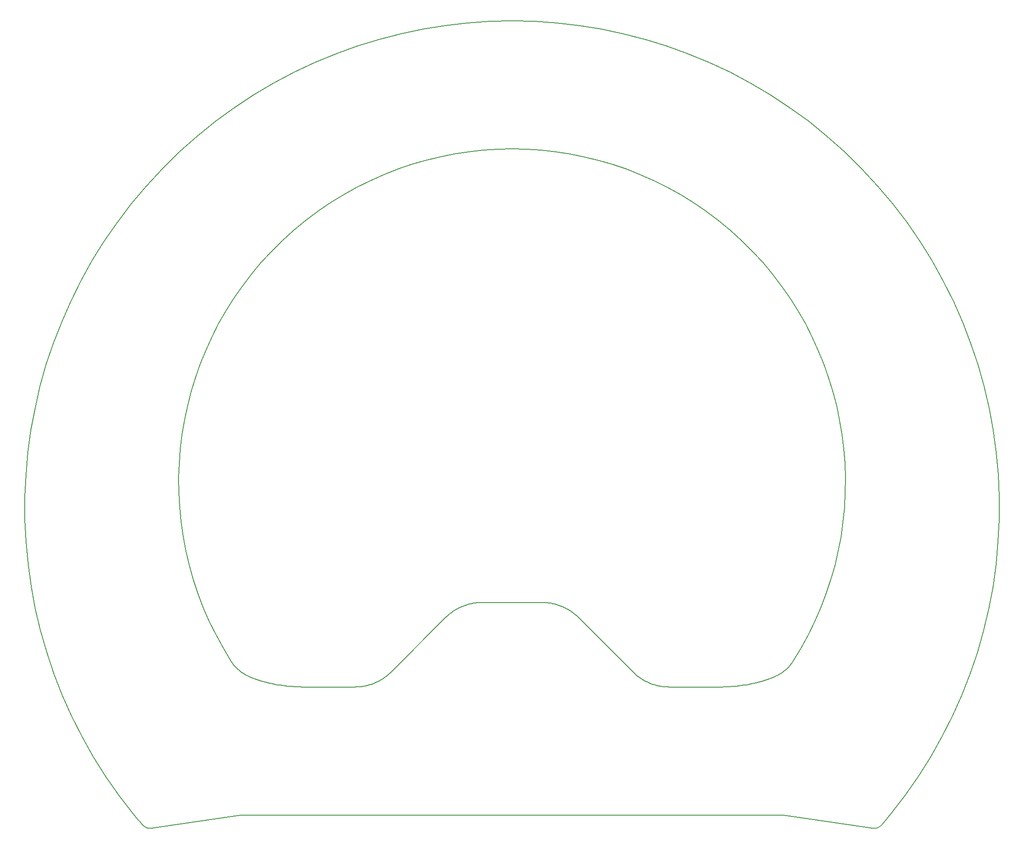
<source format=gm1>
G04 #@! TF.GenerationSoftware,KiCad,Pcbnew,6.0.2-378541a8eb~116~ubuntu20.04.1*
G04 #@! TF.CreationDate,2022-02-16T22:28:01+01:00*
G04 #@! TF.ProjectId,IR_Board,49525f42-6f61-4726-942e-6b696361645f,rev?*
G04 #@! TF.SameCoordinates,Original*
G04 #@! TF.FileFunction,Profile,NP*
%FSLAX46Y46*%
G04 Gerber Fmt 4.6, Leading zero omitted, Abs format (unit mm)*
G04 Created by KiCad (PCBNEW 6.0.2-378541a8eb~116~ubuntu20.04.1) date 2022-02-16 22:28:01*
%MOMM*%
%LPD*%
G01*
G04 APERTURE LIST*
G04 #@! TA.AperFunction,Profile*
%ADD10C,0.200000*%
G04 #@! TD*
%ADD11C,0.200000*%
G04 APERTURE END LIST*
D10*
X205412430Y-140907980D02*
X205250130Y-141077960D01*
D11*
X77783067Y-169865613D02*
X77918871Y-170031939D01*
X78055051Y-170197958D01*
X78191605Y-170363667D01*
X78328533Y-170529067D01*
X78465834Y-170694157D01*
X78603508Y-170858936D01*
X78741554Y-171023403D01*
X78879972Y-171187558D01*
X79018761Y-171351401D01*
X79157921Y-171514930D01*
X79250900Y-171623776D01*
D10*
X110499222Y-144865613D02*
X110145382Y-144862200D01*
X203764330Y-142255810D02*
X203557430Y-142381660D01*
X202003430Y-143144860D02*
X201531630Y-143328280D01*
D11*
X216294868Y-40449886D02*
X212814156Y-37351790D01*
X209222567Y-34453572D01*
X205527493Y-31755231D01*
X201736327Y-29256767D01*
X197856459Y-26958181D01*
X193895281Y-24859471D01*
X189860185Y-22960638D01*
X185758564Y-21261683D01*
X181597808Y-19762605D01*
X177385310Y-18463403D01*
X173128461Y-17364079D01*
X168834653Y-16464632D01*
X164511278Y-15765062D01*
X160165728Y-15265370D01*
X155805394Y-14965554D01*
X151437668Y-14865616D01*
X147069942Y-14965554D01*
X142709608Y-15265370D01*
X138364058Y-15765062D01*
X134040683Y-16464632D01*
X129746875Y-17364079D01*
X125490026Y-18463403D01*
X121277528Y-19762605D01*
X117116772Y-21261683D01*
X113015151Y-22960638D01*
X108980055Y-24859471D01*
X105018877Y-26958181D01*
X101139009Y-29256767D01*
X97347843Y-31755231D01*
X93652769Y-34453572D01*
X90061180Y-37351790D01*
X86580469Y-40449886D01*
X164366598Y-131294546D02*
X164188842Y-131121145D01*
X164007273Y-130952602D01*
X163821995Y-130788959D01*
X163633108Y-130630258D01*
X163440717Y-130476543D01*
X163244923Y-130327855D01*
X163045828Y-130184237D01*
X162843535Y-130045731D01*
X162638147Y-129912379D01*
X162429766Y-129784225D01*
X162218495Y-129661311D01*
X162004435Y-129543678D01*
X161787690Y-129431370D01*
X161568361Y-129324429D01*
X161346552Y-129222897D01*
X161122365Y-129126818D01*
X160895902Y-129036232D01*
X160667265Y-128951183D01*
X160436558Y-128871713D01*
X160203882Y-128797864D01*
X159969340Y-128729680D01*
X159733035Y-128667202D01*
X159495069Y-128610473D01*
X159255544Y-128559535D01*
X159014563Y-128514431D01*
X158772228Y-128475203D01*
X158528642Y-128441894D01*
X158283908Y-128414546D01*
X158038127Y-128393201D01*
X157791402Y-128377902D01*
X157543836Y-128368692D01*
X157295531Y-128365613D01*
D10*
X222253240Y-172426094D02*
X222369140Y-172407804D01*
X222606840Y-172347974D02*
X222728340Y-172304494D01*
X97155092Y-140552030D02*
X97009917Y-140365960D01*
D11*
X175008734Y-141936681D02*
X164366598Y-131294546D01*
D10*
X101824427Y-143497840D02*
X101343432Y-143328280D01*
X80622120Y-172426089D02*
X80735880Y-172437589D01*
X199569730Y-143931210D02*
X199069330Y-144052940D01*
X81062490Y-172435547D02*
X81165970Y-172423337D01*
X204547030Y-141706190D02*
X204358430Y-141850730D01*
X203346330Y-142503090D02*
X202912430Y-142733120D01*
X194310000Y-144780000D02*
X193891330Y-144810900D01*
X192729660Y-144862200D02*
X192376111Y-144865613D01*
X99317711Y-142381660D02*
X99110757Y-142255810D01*
X204165030Y-141990450D02*
X203966930Y-142125440D01*
X80735880Y-172437589D02*
X80847310Y-172442805D01*
D11*
X193994708Y-55734087D02*
X196228199Y-57760102D01*
X198348261Y-59868146D01*
X200354274Y-62053930D01*
X202245621Y-64313165D01*
X204021682Y-66641560D01*
X205681840Y-69034826D01*
X207225476Y-71488675D01*
X208651972Y-73998816D01*
X209960709Y-76560960D01*
X211151070Y-79170818D01*
X212222435Y-81824100D01*
X213174188Y-84516517D01*
X214005708Y-87243780D01*
X214716379Y-90001598D01*
X215305582Y-92785683D01*
X215772697Y-95591745D01*
X216117108Y-98415495D01*
X216338196Y-101252642D01*
X216435342Y-104098899D01*
X216407928Y-106949975D01*
X216255337Y-109801581D01*
X215976948Y-112649428D01*
X215572145Y-115489226D01*
X215040309Y-118316685D01*
X214380821Y-121127517D01*
X213593064Y-123917431D01*
X212676418Y-126682139D01*
X211630266Y-129417351D01*
X210453990Y-132118777D01*
X209146971Y-134782129D01*
X207708590Y-137403116D01*
X206138230Y-139977450D01*
D10*
X222487040Y-172382054D02*
X222606840Y-172347974D01*
X79250900Y-171623776D02*
X79383880Y-171770797D01*
X98144380Y-141556730D02*
X97965920Y-141402260D01*
X79383880Y-171770797D02*
X79515160Y-171899317D01*
D11*
X127866598Y-141936681D02*
X127688842Y-142110081D01*
X127507273Y-142278624D01*
X127321995Y-142442267D01*
X127133108Y-142600968D01*
X126940717Y-142754683D01*
X126744922Y-142903371D01*
X126545827Y-143046989D01*
X126343535Y-143185495D01*
X126138147Y-143318847D01*
X125929766Y-143447001D01*
X125718494Y-143569915D01*
X125504434Y-143687547D01*
X125287689Y-143799855D01*
X125068361Y-143906796D01*
X124846552Y-144008328D01*
X124622364Y-144104408D01*
X124395901Y-144194994D01*
X124167265Y-144280043D01*
X123936557Y-144359513D01*
X123703882Y-144433361D01*
X123469340Y-144501545D01*
X123233035Y-144564023D01*
X122995069Y-144620752D01*
X122755544Y-144671690D01*
X122514563Y-144716794D01*
X122272228Y-144756022D01*
X122028642Y-144789331D01*
X121783908Y-144816679D01*
X121538127Y-144838024D01*
X121291402Y-144853323D01*
X121043836Y-144862533D01*
X120795531Y-144865613D01*
D10*
X79644760Y-172010219D02*
X79772730Y-172104739D01*
X204909130Y-141402260D02*
X204730630Y-141556730D01*
X204358430Y-141850730D02*
X204165030Y-141990450D01*
X107685932Y-144697100D02*
X107227788Y-144644900D01*
X205865330Y-140365960D02*
X205720130Y-140552030D01*
X198568430Y-144164380D02*
X198068780Y-144266100D01*
X100410869Y-142946760D02*
X99962706Y-142733120D01*
X194742960Y-144742100D02*
X194310000Y-144780000D01*
X97965920Y-141402260D02*
X97792737Y-141242700D01*
D11*
X225092270Y-169865613D02*
X227947165Y-166182798D01*
X230595123Y-162402918D01*
X233036646Y-158533348D01*
X235272235Y-154581461D01*
X237302392Y-150554633D01*
X239127617Y-146460239D01*
X240748411Y-142305653D01*
X242165278Y-138098250D01*
X243378716Y-133845405D01*
X244389229Y-129554493D01*
X245197316Y-125232888D01*
X245803481Y-120887965D01*
X246208223Y-116527099D01*
X246412044Y-112157664D01*
X246415446Y-107787036D01*
X246218929Y-103422590D01*
X245822996Y-99071699D01*
X245228147Y-94741738D01*
X244434883Y-90440084D01*
X243443707Y-86174109D01*
X242255120Y-81951190D01*
X240869622Y-77778700D01*
X239287715Y-73664014D01*
X237509900Y-69614508D01*
X235536679Y-65637556D01*
X233368554Y-61740533D01*
X231006024Y-57930814D01*
X228449592Y-54215772D01*
X225699759Y-50602784D01*
X222757027Y-47099224D01*
X219621896Y-43712466D01*
X216294868Y-40449886D01*
D10*
X80506200Y-172407799D02*
X80622120Y-172426089D01*
X222028040Y-172442810D02*
X222139440Y-172437594D01*
D11*
X223624640Y-171623781D02*
X223764027Y-171460460D01*
X223903044Y-171296825D01*
X224041690Y-171132878D01*
X224179965Y-170968618D01*
X224317868Y-170804046D01*
X224455399Y-170639163D01*
X224592556Y-170473969D01*
X224729341Y-170308466D01*
X224865751Y-170142653D01*
X225001787Y-169976531D01*
X225092270Y-169865613D01*
D10*
X198068780Y-144266100D02*
X197572090Y-144358600D01*
X193487900Y-144834900D02*
X193100480Y-144852000D01*
X109774562Y-144852000D02*
X109387142Y-144834900D01*
X106758972Y-144585200D02*
X106280889Y-144517800D01*
X107227788Y-144644900D02*
X106758972Y-144585200D01*
X202912430Y-142733120D02*
X202464230Y-142946760D01*
X98327982Y-141706190D02*
X98144380Y-141556730D01*
X200562130Y-143654350D02*
X200067930Y-143798570D01*
X195647250Y-144644900D02*
X195189110Y-144697100D01*
X203557430Y-142381660D02*
X203346330Y-142503090D01*
X205082330Y-141242700D02*
X204909130Y-141402260D01*
X223230740Y-172010224D02*
X223360340Y-171899322D01*
X105795028Y-144442400D02*
X105302946Y-144358600D01*
X195189110Y-144697100D02*
X194742960Y-144742100D01*
X108132087Y-144742100D02*
X107685932Y-144697100D01*
X201531630Y-143328280D02*
X201050630Y-143497840D01*
X196116070Y-144585200D02*
X195647250Y-144644900D01*
D11*
X223491640Y-171770802D02*
X223624640Y-171623781D01*
D10*
X108983712Y-144810900D02*
X108565042Y-144780000D01*
X98908133Y-142125440D02*
X98710017Y-141990450D01*
X204730630Y-141556730D02*
X204547030Y-141706190D01*
X206004730Y-140174441D02*
X205865330Y-140365960D01*
X222976340Y-172184304D02*
X223102740Y-172104744D01*
X104806257Y-144266100D02*
X104306621Y-144164380D01*
X193891330Y-144810900D02*
X193487900Y-144834900D01*
X201050630Y-143497840D02*
X200562130Y-143654350D01*
X97306041Y-140732690D02*
X97155092Y-140552030D01*
X108565042Y-144780000D02*
X108132087Y-144742100D01*
X109387142Y-144834900D02*
X108983712Y-144810900D01*
X110145382Y-144862200D02*
X109774562Y-144852000D01*
X222139440Y-172437594D02*
X222253240Y-172426094D01*
X80268530Y-172347969D02*
X80388290Y-172382050D01*
X100871673Y-143144860D02*
X100410869Y-142946760D01*
X104306621Y-144164380D02*
X103805736Y-144052940D01*
X79899100Y-172184299D02*
X80023870Y-172250389D01*
X106280889Y-144517800D02*
X105795028Y-144442400D01*
X203966930Y-142125440D02*
X203764330Y-142255810D01*
X110499222Y-144865613D02*
X110499222Y-144865613D01*
X202464230Y-142946760D02*
X202003430Y-143144860D01*
D11*
X108880612Y-55734087D02*
X111204560Y-53812502D01*
X113593516Y-52014891D01*
X116043143Y-50341253D01*
X118549110Y-48791588D01*
X121107082Y-47365897D01*
X123712726Y-46064178D01*
X126361707Y-44886433D01*
X129049692Y-43832661D01*
X131772347Y-42902862D01*
X134525338Y-42097036D01*
X137304332Y-41415184D01*
X140104995Y-40857304D01*
X142922993Y-40423398D01*
X145753992Y-40113465D01*
X148593659Y-39927506D01*
X151437660Y-39865519D01*
X154281660Y-39927506D01*
X157121327Y-40113465D01*
X159952326Y-40423398D01*
X162770324Y-40857304D01*
X165570987Y-41415184D01*
X168349981Y-42097036D01*
X171102972Y-42902862D01*
X173825627Y-43832661D01*
X176513612Y-44886433D01*
X179162593Y-46064178D01*
X181768237Y-47365897D01*
X184326209Y-48791588D01*
X186832176Y-50341253D01*
X189281803Y-52014891D01*
X191670759Y-53812502D01*
X193994708Y-55734087D01*
D10*
X98522640Y-169865613D02*
X204352690Y-169865613D01*
X97009917Y-140365960D02*
X96870570Y-140174441D01*
D11*
X86580469Y-40449886D02*
X83253440Y-43712466D01*
X80118309Y-47099224D01*
X77175577Y-50602784D01*
X74425744Y-54215772D01*
X71869312Y-57930814D01*
X69506782Y-61740533D01*
X67338657Y-65637556D01*
X65365436Y-69614508D01*
X63587621Y-73664014D01*
X62005714Y-77778700D01*
X60620216Y-81951190D01*
X59431629Y-86174109D01*
X58440453Y-90440084D01*
X57647189Y-94741738D01*
X57052340Y-99071699D01*
X56656407Y-103422590D01*
X56459890Y-107787036D01*
X56463292Y-112157664D01*
X56667113Y-116527099D01*
X57071855Y-120887965D01*
X57678020Y-125232888D01*
X58486107Y-129554493D01*
X59496620Y-133845405D01*
X60710059Y-138098250D01*
X62126925Y-142305653D01*
X63747719Y-146460239D01*
X65572944Y-150554633D01*
X67603101Y-154581461D01*
X69838690Y-158533348D01*
X72280213Y-162402918D01*
X74928171Y-166182798D01*
X77783067Y-169865613D01*
D10*
X103805736Y-144052940D02*
X103305325Y-143931210D01*
X99110757Y-142255810D02*
X98908133Y-142125440D01*
X222369140Y-172407804D02*
X222487040Y-172382054D01*
D11*
X182079802Y-144865613D02*
X181831496Y-144862533D01*
X181583930Y-144853323D01*
X181337205Y-144838024D01*
X181091424Y-144816679D01*
X180846690Y-144789331D01*
X180603104Y-144756022D01*
X180360769Y-144716794D01*
X180119788Y-144671690D01*
X179880263Y-144620752D01*
X179642297Y-144564023D01*
X179405992Y-144501545D01*
X179171450Y-144433361D01*
X178938774Y-144359513D01*
X178708067Y-144280043D01*
X178479430Y-144194994D01*
X178252967Y-144104408D01*
X178028780Y-144008328D01*
X177806971Y-143906796D01*
X177587642Y-143799855D01*
X177370897Y-143687547D01*
X177156837Y-143569915D01*
X176945566Y-143447001D01*
X176737184Y-143318847D01*
X176531796Y-143185495D01*
X176329504Y-143046989D01*
X176130409Y-142903371D01*
X175934614Y-142754683D01*
X175742223Y-142600968D01*
X175553336Y-142442267D01*
X175368058Y-142278624D01*
X175186489Y-142110081D01*
X175008734Y-141936681D01*
D10*
X102312913Y-143654350D02*
X101824427Y-143497840D01*
D11*
X145579802Y-128365613D02*
X145331496Y-128368692D01*
X145083930Y-128377902D01*
X144837205Y-128393201D01*
X144591424Y-128414546D01*
X144346690Y-128441894D01*
X144103104Y-128475203D01*
X143860769Y-128514431D01*
X143619788Y-128559535D01*
X143380263Y-128610473D01*
X143142297Y-128667202D01*
X142905992Y-128729680D01*
X142671450Y-128797864D01*
X142438774Y-128871713D01*
X142208067Y-128951183D01*
X141979430Y-129036232D01*
X141752967Y-129126818D01*
X141528780Y-129222897D01*
X141306971Y-129324429D01*
X141087642Y-129431370D01*
X140870897Y-129543678D01*
X140656837Y-129661311D01*
X140445566Y-129784225D01*
X140237184Y-129912379D01*
X140031796Y-130045731D01*
X139829504Y-130184237D01*
X139630409Y-130327855D01*
X139434614Y-130476543D01*
X139242223Y-130630258D01*
X139053336Y-130788959D01*
X138868058Y-130952602D01*
X138686489Y-131121145D01*
X138508734Y-131294546D01*
D10*
X223102740Y-172104744D02*
X223230740Y-172010224D01*
X120795531Y-144865613D02*
X110499222Y-144865613D01*
X199069330Y-144052940D02*
X198568430Y-144164380D01*
X206138230Y-139977450D02*
X206004730Y-140174441D01*
X205569130Y-140732690D02*
X205412430Y-140907980D01*
X223360340Y-171899322D02*
X223491640Y-171770802D01*
X98710017Y-141990450D02*
X98516579Y-141850730D01*
X80847310Y-172442805D02*
X80956230Y-172442062D01*
X221709340Y-172423342D02*
X221812840Y-172435552D01*
X81165970Y-172423337D02*
X98522640Y-169865613D01*
X206138230Y-139977450D02*
X206138230Y-139977450D01*
X97792737Y-141242700D02*
X97624956Y-141077960D01*
X102807132Y-143798570D02*
X102312913Y-143654350D01*
X99962706Y-142733120D02*
X99528814Y-142503090D01*
X97462691Y-140907980D02*
X97306041Y-140732690D01*
X204352690Y-169865613D02*
X221709340Y-172423342D01*
X192376111Y-144865613D02*
X182079802Y-144865613D01*
X80023870Y-172250389D02*
X80147030Y-172304489D01*
X101343432Y-143328280D02*
X100871673Y-143144860D01*
X197572090Y-144358600D02*
X197080010Y-144442400D01*
X98516579Y-141850730D02*
X98327982Y-141706190D01*
X221919140Y-172442067D02*
X222028040Y-172442810D01*
X222851540Y-172250394D02*
X222976340Y-172184304D01*
X205250130Y-141077960D02*
X205082330Y-141242700D01*
X157295531Y-128365613D02*
X145579802Y-128365613D01*
X205720130Y-140552030D02*
X205569130Y-140732690D01*
D11*
X96737090Y-139977450D02*
X95166729Y-137403116D01*
X93728348Y-134782129D01*
X92421329Y-132118777D01*
X91245053Y-129417351D01*
X90198901Y-126682139D01*
X89282255Y-123917431D01*
X88494498Y-121127517D01*
X87835010Y-118316685D01*
X87303174Y-115489226D01*
X86898371Y-112649428D01*
X86619982Y-109801581D01*
X86467391Y-106949975D01*
X86439977Y-104098899D01*
X86537123Y-101252642D01*
X86758211Y-98415495D01*
X87102622Y-95591745D01*
X87569737Y-92785683D01*
X88158940Y-90001598D01*
X88869611Y-87243780D01*
X89701131Y-84516517D01*
X90652884Y-81824100D01*
X91724249Y-79170818D01*
X92914610Y-76560960D01*
X94223347Y-73998816D01*
X95649843Y-71488675D01*
X97193479Y-69034826D01*
X98853637Y-66641560D01*
X100629698Y-64313165D01*
X102521045Y-62053930D01*
X104527058Y-59868146D01*
X106647120Y-57760102D01*
X108880612Y-55734087D01*
D10*
X80956230Y-172442062D02*
X81062490Y-172435547D01*
X197080010Y-144442400D02*
X196594150Y-144517800D01*
X222728340Y-172304494D02*
X222851540Y-172250394D01*
X80147030Y-172304489D02*
X80268530Y-172347969D01*
X193100480Y-144852000D02*
X192729660Y-144862200D01*
X103305325Y-143931210D02*
X102807132Y-143798570D01*
D11*
X96870570Y-140174441D02*
X96737090Y-139977450D01*
D10*
X99528814Y-142503090D02*
X99317711Y-142381660D01*
X97624956Y-141077960D02*
X97462691Y-140907980D01*
X138508734Y-131294546D02*
X127866598Y-141936681D01*
X105302946Y-144358600D02*
X104806257Y-144266100D01*
X196594150Y-144517800D02*
X196116070Y-144585200D01*
X79515160Y-171899317D02*
X79644760Y-172010219D01*
X79772730Y-172104739D02*
X79899100Y-172184299D01*
X221812840Y-172435552D02*
X221919140Y-172442067D01*
X200067930Y-143798570D02*
X199569730Y-143931210D01*
X80388290Y-172382050D02*
X80506200Y-172407799D01*
M02*

</source>
